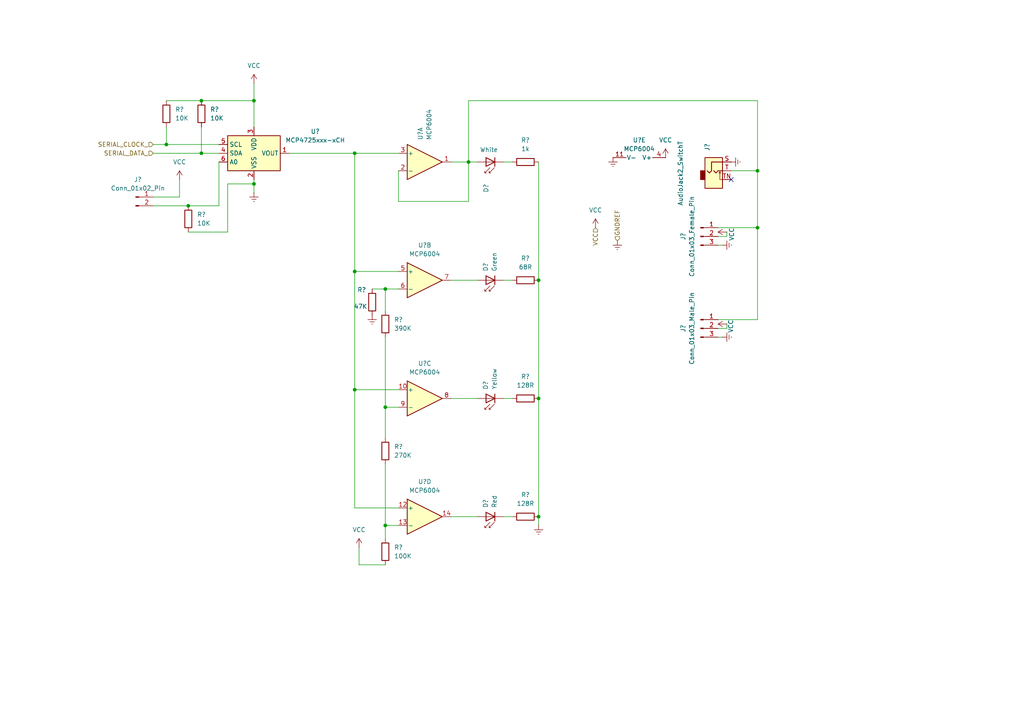
<source format=kicad_sch>
(kicad_sch (version 20231120) (generator "eeschema") (generator_version "8.0")
  (paper "A4")
  (lib_symbols
    (symbol "Amplifier_Operational:MCP6004" (pin_names (offset 0.127))
      (property "Reference" "U" (at 0 5.08 0))
      (property "Value" "MCP6004" (at 0 -5.08 0))
      (symbol "MCP6004_1_1"
        (polyline (pts (xy -5.08 5.08) (xy 5.08 0) (xy -5.08 -5.08) (xy -5.08 5.08)) (stroke (width 0.254)) (fill (type background)))
        (pin output line (at 7.62 0 180) (length 2.54) (name "~") (number "1"))
        (pin input line (at -7.62 -2.54 0) (length 2.54) (name "-") (number "2"))
        (pin input line (at -7.62 2.54 0) (length 2.54) (name "+") (number "3"))
      )
      (symbol "MCP6004_2_1"
        (polyline (pts (xy -5.08 5.08) (xy 5.08 0) (xy -5.08 -5.08) (xy -5.08 5.08)) (stroke (width 0.254)) (fill (type background)))
        (pin input line (at -7.62 2.54 0) (length 2.54) (name "+") (number "5"))
        (pin input line (at -7.62 -2.54 0) (length 2.54) (name "-") (number "6"))
        (pin output line (at 7.62 0 180) (length 2.54) (name "~") (number "7"))
      )
      (symbol "MCP6004_3_1"
        (polyline (pts (xy -5.08 5.08) (xy 5.08 0) (xy -5.08 -5.08) (xy -5.08 5.08)) (stroke (width 0.254)) (fill (type background)))
        (pin input line (at -7.62 2.54 0) (length 2.54) (name "+") (number "10"))
        (pin output line (at 7.62 0 180) (length 2.54) (name "~") (number "8"))
        (pin input line (at -7.62 -2.54 0) (length 2.54) (name "-") (number "9"))
      )
      (symbol "MCP6004_4_1"
        (polyline (pts (xy -5.08 5.08) (xy 5.08 0) (xy -5.08 -5.08) (xy -5.08 5.08)) (stroke (width 0.254)) (fill (type background)))
        (pin input line (at -7.62 2.54 0) (length 2.54) (name "+") (number "12"))
        (pin input line (at -7.62 -2.54 0) (length 2.54) (name "-") (number "13"))
        (pin output line (at 7.62 0 180) (length 2.54) (name "~") (number "14"))
      )
      (symbol "MCP6004_5_1"
        (pin power_in line (at -2.54 -7.62 90) (length 3.81) (name "V-") (number "11"))
        (pin power_in line (at -2.54 7.62 270) (length 3.81) (name "V+") (number "4"))
      )
    )
    (symbol "Analog_DAC:MCP4725xxx-xCH"
      (property "Reference" "U" (at -6.35 6.35 0))
      (property "Value" "MCP4725xxx-xCH" (at 8.89 6.35 0))
      (symbol "MCP4725xxx-xCH_0_1"
        (rectangle (start -7.62 5.08) (end 7.62 -5.08) (stroke (width 0.254)) (fill (type background)))
      )
      (symbol "MCP4725xxx-xCH_1_1"
        (pin output line (at 10.16 0 180) (length 2.54) (name "VOUT") (number "1"))
        (pin power_in line (at 0 -7.62 90) (length 2.54) (name "VSS") (number "2"))
        (pin power_in line (at 0 7.62 270) (length 2.54) (name "VDD") (number "3"))
        (pin bidirectional line (at -10.16 0 0) (length 2.54) (name "SDA") (number "4"))
        (pin input line (at -10.16 2.54 0) (length 2.54) (name "SCL") (number "5"))
        (pin input line (at -10.16 -2.54 0) (length 2.54) (name "A0") (number "6"))
      )
    )
    (symbol "Connector:Conn_01x02_Pin" (pin_names (offset 1.016) hide)
      (property "Reference" "J" (at 0 2.54 0))
      (property "Value" "Conn_01x02_Pin" (at 0 -5.08 0))
      (symbol "Conn_01x02_Pin_1_1"
        (polyline (pts (xy 1.27 -2.54) (xy 0.8636 -2.54)) (stroke (width 0.1524)))
        (polyline (pts (xy 1.27 0) (xy 0.8636 0)) (stroke (width 0.1524)))
        (rectangle (start 0.8636 -2.413) (end 0 -2.667) (stroke (width 0.1524)) (fill (type outline)))
        (rectangle (start 0.8636 0.127) (end 0 -0.127) (stroke (width 0.1524)) (fill (type outline)))
        (pin passive line (at 5.08 0 180) (length 3.81) (name "Pin_1") (number "1"))
        (pin passive line (at 5.08 -2.54 180) (length 3.81) (name "Pin_2") (number "2"))
      )
    )
    (symbol "Connector:Conn_01x03_Pin" (pin_names (offset 1.016) hide)
      (property "Reference" "J" (at 0 5.08 0))
      (property "Value" "Conn_01x03_Pin" (at 0 -5.08 0))
      (symbol "Conn_01x03_Pin_1_1"
        (polyline (pts (xy 1.27 -2.54) (xy 0.8636 -2.54)) (stroke (width 0.1524)))
        (polyline (pts (xy 1.27 0) (xy 0.8636 0)) (stroke (width 0.1524)))
        (polyline (pts (xy 1.27 2.54) (xy 0.8636 2.54)) (stroke (width 0.1524)))
        (rectangle (start 0.8636 -2.413) (end 0 -2.667) (stroke (width 0.1524)) (fill (type outline)))
        (rectangle (start 0.8636 0.127) (end 0 -0.127) (stroke (width 0.1524)) (fill (type outline)))
        (rectangle (start 0.8636 2.667) (end 0 2.413) (stroke (width 0.1524)) (fill (type outline)))
        (pin passive line (at 5.08 2.54 180) (length 3.81) (name "Pin_1") (number "1"))
        (pin passive line (at 5.08 0 180) (length 3.81) (name "Pin_2") (number "2"))
        (pin passive line (at 5.08 -2.54 180) (length 3.81) (name "Pin_3") (number "3"))
      )
    )
    (symbol "Connector_Audio:AudioJack2_SwitchT"
      (property "Reference" "J" (at 0 8.89 0))
      (property "Value" "AudioJack2_SwitchT" (at 0 6.35 0))
      (symbol "AudioJack2_SwitchT_0_1"
        (rectangle (start -2.54 0) (end -3.81 -2.54) (stroke (width 0.254)) (fill (type outline)))
        (polyline (pts (xy 1.778 -0.254) (xy 2.032 -0.762)))
        (polyline (pts (xy 0 0) (xy 0.635 -0.635) (xy 1.27 0) (xy 2.54 0)) (stroke (width 0.254)))
        (polyline (pts (xy 2.54 -2.54) (xy 1.778 -2.54) (xy 1.778 -0.254) (xy 1.524 -0.762)))
        (polyline (pts (xy 2.54 2.54) (xy -0.635 2.54) (xy -0.635 0) (xy -1.27 -0.635) (xy -1.905 0)) (stroke (width 0.254)))
        (rectangle (start 2.54 3.81) (end -2.54 -5.08) (stroke (width 0.254)) (fill (type background)))
      )
      (symbol "AudioJack2_SwitchT_1_1"
        (pin passive line (at 5.08 2.54 180) (length 2.54) (name "~") (number "S"))
        (pin passive line (at 5.08 0 180) (length 2.54) (name "~") (number "T"))
        (pin passive line (at 5.08 -2.54 180) (length 2.54) (name "~") (number "TN"))
      )
    )
    (symbol "Device:R" (pin_numbers hide) (pin_names (offset 0))
      (property "Reference" "R" (at 2.032 0 90))
      (property "Value" "R" (at 0 0 90))
      (symbol "R_0_1"
        (rectangle (start -1.016 -2.54) (end 1.016 2.54) (stroke (width 0.254)))
      )
      (symbol "R_1_1"
        (pin passive line (at 0 3.81 270) (length 1.27) (name "~") (number "1"))
        (pin passive line (at 0 -3.81 90) (length 1.27) (name "~") (number "2"))
      )
    )
    (symbol "LED:IRL81A" (pin_numbers hide) (pin_names (offset 1.016) hide)
      (property "Reference" "D" (at 0.508 1.778 0))
      (property "Value" "IRL81A" (at -1.016 -2.794 0))
      (symbol "IRL81A_0_1"
        (polyline (pts (xy -2.54 0) (xy 0 0)))
        (polyline (pts (xy -2.54 1.27) (xy -2.54 -1.27)) (stroke (width 0.254)))
        (polyline (pts (xy 0.381 3.175) (xy -0.127 3.175)))
        (polyline (pts (xy -1.143 1.651) (xy 0.381 3.175) (xy 0.381 2.667)))
        (polyline (pts (xy 0 -1.27) (xy 0 1.27) (xy -2.54 0) (xy 0 -1.27)) (stroke (width 0.254)))
        (polyline (pts (xy -2.413 1.651) (xy -0.889 3.175) (xy -0.889 2.667) (xy -0.889 3.175) (xy -1.397 3.175)))
      )
      (symbol "IRL81A_1_1"
        (pin passive line (at -5.08 0 0) (length 2.54) (name "K") (number "1"))
        (pin passive line (at 2.54 0 180) (length 2.54) (name "A") (number "2"))
      )
    )
    (symbol "power:GNDREF" (power) (pin_numbers hide) (pin_names (offset 0) hide)
      (property "Value" "GNDREF" (at 0 -3.81 0))
      (symbol "GNDREF_0_1"
        (polyline (pts (xy -0.635 -1.905) (xy 0.635 -1.905)))
        (polyline (pts (xy -0.127 -2.54) (xy 0.127 -2.54)))
        (polyline (pts (xy 0 -1.27) (xy 0 0)))
        (polyline (pts (xy 1.27 -1.27) (xy -1.27 -1.27)))
      )
      (symbol "GNDREF_1_1"
        (pin power_in line (at 0 0 270) (length 0) (name "~") (number "1"))
      )
    )
    (symbol "power:VCC" (power) (pin_numbers hide) (pin_names (offset 0) hide)
      (property "Value" "VCC" (at 0 3.556 0))
      (symbol "VCC_0_1"
        (polyline (pts (xy -0.762 1.27) (xy 0 2.54)))
        (polyline (pts (xy 0 0) (xy 0 2.54)))
        (polyline (pts (xy 0 2.54) (xy 0.762 1.27)))
      )
      (symbol "VCC_1_1"
        (pin power_in line (at 0 0 90) (length 0) (name "~") (number "1"))
      )
    )
  )
  (junction (at 156.21 81.28))
  (junction (at 102.87 44.45))
  (junction (at 156.21 149.86))
  (junction (at 73.66 29.21))
  (junction (at 102.87 113.03))
  (junction (at 111.76 83.82))
  (junction (at 219.71 66.04))
  (junction (at 73.66 53.34))
  (junction (at 102.87 78.74))
  (junction (at 58.42 44.45))
  (junction (at 135.89 46.99))
  (junction (at 111.76 118.11))
  (junction (at 48.26 41.91))
  (junction (at 54.61 59.69))
  (junction (at 219.71 49.53))
  (junction (at 58.42 29.21))
  (junction (at 111.76 152.4))
  (junction (at 156.21 115.57))
  (no_connect (at 212.09 52.07))
  (wire (pts (xy 210.82 67.31) (xy 210.82 68.58)))
  (wire (pts (xy 102.87 113.03) (xy 102.87 147.32)))
  (wire (pts (xy 66.04 67.31) (xy 54.61 67.31)))
  (wire (pts (xy 156.21 149.86) (xy 156.21 152.4)))
  (wire (pts (xy 146.05 115.57) (xy 148.59 115.57)))
  (wire (pts (xy 58.42 36.83) (xy 58.42 44.45)))
  (wire (pts (xy 52.07 52.07) (xy 52.07 57.15)))
  (wire (pts (xy 63.5 46.99) (xy 63.5 59.69)))
  (wire (pts (xy 111.76 152.4) (xy 115.57 152.4)))
  (wire (pts (xy 102.87 44.45) (xy 102.87 78.74)))
  (wire (pts (xy 219.71 29.21) (xy 219.71 49.53)))
  (wire (pts (xy 66.04 53.34) (xy 66.04 67.31)))
  (wire (pts (xy 146.05 81.28) (xy 148.59 81.28)))
  (wire (pts (xy 130.81 115.57) (xy 138.43 115.57)))
  (wire (pts (xy 146.05 46.99) (xy 148.59 46.99)))
  (wire (pts (xy 102.87 113.03) (xy 115.57 113.03)))
  (wire (pts (xy 102.87 78.74) (xy 102.87 113.03)))
  (wire (pts (xy 135.89 46.99) (xy 135.89 29.21)))
  (wire (pts (xy 111.76 134.62) (xy 111.76 152.4)))
  (wire (pts (xy 44.45 41.91) (xy 48.26 41.91)))
  (wire (pts (xy 111.76 83.82) (xy 111.76 90.17)))
  (wire (pts (xy 156.21 81.28) (xy 156.21 115.57)))
  (wire (pts (xy 135.89 29.21) (xy 219.71 29.21)))
  (wire (pts (xy 210.82 93.98) (xy 210.82 95.25)))
  (wire (pts (xy 135.89 46.99) (xy 135.89 58.42)))
  (wire (pts (xy 130.81 81.28) (xy 138.43 81.28)))
  (wire (pts (xy 111.76 118.11) (xy 111.76 127)))
  (wire (pts (xy 115.57 118.11) (xy 111.76 118.11)))
  (wire (pts (xy 44.45 44.45) (xy 58.42 44.45)))
  (wire (pts (xy 219.71 66.04) (xy 219.71 92.71)))
  (wire (pts (xy 73.66 52.07) (xy 73.66 53.34)))
  (wire (pts (xy 115.57 58.42) (xy 135.89 58.42)))
  (wire (pts (xy 111.76 83.82) (xy 115.57 83.82)))
  (wire (pts (xy 73.66 24.13) (xy 73.66 29.21)))
  (wire (pts (xy 115.57 49.53) (xy 115.57 58.42)))
  (wire (pts (xy 219.71 49.53) (xy 219.71 66.04)))
  (wire (pts (xy 212.09 49.53) (xy 219.71 49.53)))
  (wire (pts (xy 208.28 66.04) (xy 219.71 66.04)))
  (wire (pts (xy 146.05 149.86) (xy 148.59 149.86)))
  (wire (pts (xy 54.61 59.69) (xy 44.45 59.69)))
  (wire (pts (xy 48.26 36.83) (xy 48.26 41.91)))
  (wire (pts (xy 208.28 95.25) (xy 210.82 95.25)))
  (wire (pts (xy 48.26 41.91) (xy 63.5 41.91)))
  (wire (pts (xy 73.66 29.21) (xy 73.66 36.83)))
  (wire (pts (xy 208.28 97.79) (xy 209.55 97.79)))
  (wire (pts (xy 48.26 29.21) (xy 58.42 29.21)))
  (wire (pts (xy 156.21 115.57) (xy 156.21 149.86)))
  (wire (pts (xy 73.66 53.34) (xy 73.66 55.88)))
  (wire (pts (xy 130.81 46.99) (xy 135.89 46.99)))
  (wire (pts (xy 111.76 152.4) (xy 111.76 156.21)))
  (wire (pts (xy 58.42 44.45) (xy 63.5 44.45)))
  (wire (pts (xy 102.87 78.74) (xy 115.57 78.74)))
  (wire (pts (xy 73.66 53.34) (xy 66.04 53.34)))
  (wire (pts (xy 208.28 92.71) (xy 219.71 92.71)))
  (wire (pts (xy 44.45 57.15) (xy 52.07 57.15)))
  (wire (pts (xy 130.81 149.86) (xy 138.43 149.86)))
  (wire (pts (xy 111.76 163.83) (xy 104.14 163.83)))
  (wire (pts (xy 83.82 44.45) (xy 102.87 44.45)))
  (wire (pts (xy 58.42 29.21) (xy 73.66 29.21)))
  (wire (pts (xy 111.76 97.79) (xy 111.76 118.11)))
  (wire (pts (xy 102.87 147.32) (xy 115.57 147.32)))
  (wire (pts (xy 104.14 158.75) (xy 104.14 163.83)))
  (wire (pts (xy 102.87 44.45) (xy 115.57 44.45)))
  (wire (pts (xy 208.28 68.58) (xy 210.82 68.58)))
  (wire (pts (xy 208.28 71.12) (xy 209.55 71.12)))
  (wire (pts (xy 63.5 59.69) (xy 54.61 59.69)))
  (wire (pts (xy 107.95 83.82) (xy 111.76 83.82)))
  (wire (pts (xy 135.89 46.99) (xy 138.43 46.99)))
  (wire (pts (xy 156.21 46.99) (xy 156.21 81.28)))
  (hierarchical_label "GNDREF" (shape input) (at 179.07 69.85 90))
  (hierarchical_label "SERIAL_CLOCK_" (shape input) (at 44.45 41.91 180))
  (hierarchical_label "VCC" (shape input) (at 172.72 66.04 270))
  (hierarchical_label "SERIAL_DATA_" (shape input) (at 44.45 44.45 180))
  (symbol (lib_id "Device:R") (at 107.95 87.63 180) (unit 1)
    (property "Reference" "R?" (at 103.632 84.074 0) (effects (justify right)))
    (property "Value" "47K" (at 102.616 88.9 0) (effects (justify right)))
    (property "Footprint" "Resistor_THT:R_Axial_DIN0207_L6.3mm_D2.5mm_P2.54mm_Vertical" (effects (hide yes)))
    (property "Description" "Resistor" (effects (hide yes)))
  )
  (symbol (lib_id "Analog_DAC:MCP4725xxx-xCH") (at 73.66 44.45 0) (unit 1)
    (property "Reference" "U?" (at 91.44 38.1314 0))
    (property "Value" "MCP4725xxx-xCH" (at 91.44 40.6714 0))
    (property "Footprint" "Package_TO_SOT_SMD:SOT-23-6" (effects (hide yes)))
    (property "Datasheet" "http://ww1.microchip.com/downloads/en/DeviceDoc/22039d.pdf" (effects (hide yes)))
    (property "Description" "12-bit Digital-to-Analog Converter, integrated EEPROM, I2C interface, SOT-23-6" (effects (hide yes)))
  )
  (symbol (lib_id "Device:R") (at 48.26 33.02 180) (unit 1)
    (property "Reference" "R?" (at 50.8 31.7499 0) (effects (justify right)))
    (property "Value" "10K" (at 50.8 34.2899 0) (effects (justify right)))
    (property "Footprint" "Resistor_THT:R_Axial_DIN0207_L6.3mm_D2.5mm_P2.54mm_Vertical" (effects (hide yes)))
    (property "Description" "Resistor" (effects (hide yes)))
  )
  (symbol (lib_id "Connector:Conn_01x03_Pin") (at 203.2 68.58 0) (unit 1)
    (property "Reference" "J?" (at 198.12 68.58 90))
    (property "Value" "Conn_01x03_Female_Pin" (at 200.66 68.58 90))
    (property "Footprint" "Connector_PinSocket_2.54mm:PinSocket_1x03_P2.54mm_Vertical" (effects (hide yes)))
    (property "Description" "Generic connector, single row, 01x03, script generated" (effects (hide yes)))
  )
  (symbol (lib_id "Amplifier_Operational:MCP6004") (at 123.19 46.99 0) (unit 1)
    (property "Reference" "U?" (at 121.9199 40.64 90) (effects (justify left)))
    (property "Value" "MCP6004" (at 124.4599 40.64 90) (effects (justify left)))
    (property "Footprint" "Package_DIP:DIP-14_W7.62mm_LongPads" (effects (hide yes)))
    (property "Datasheet" "http://ww1.microchip.com/downloads/en/DeviceDoc/21733j.pdf" (effects (hide yes)))
    (property "Description" "1MHz, Low-Power Op Amp, DIP-14/SOIC-14/TSSOP-14" (effects (hide yes)))
  )
  (symbol (lib_id "LED:IRL81A") (at 140.97 81.28 180) (unit 1)
    (property "Reference" "D?" (at 140.8429 78.74 90) (effects (justify right)))
    (property "Value" "Green" (at 143.3829 78.74 90) (effects (justify right)))
    (property "Footprint" "LED_THT:LED_SideEmitter_Rectangular_W4.5mm_H1.6mm" (effects (hide yes)))
    (property "Datasheet" "http://www.osram-os.com/Graphics/XPic0/00203825_0.pdf" (effects (hide yes)))
    (property "Description" "850nm High Power Infrared Emitter, Side-Emitter package" (effects (hide yes)))
  )
  (symbol (lib_id "Device:R") (at 111.76 130.81 180) (unit 1)
    (property "Reference" "R?" (at 114.3 129.5399 0) (effects (justify right)))
    (property "Value" "270K" (at 114.3 132.0799 0) (effects (justify right)))
    (property "Footprint" "Resistor_THT:R_Axial_DIN0207_L6.3mm_D2.5mm_P2.54mm_Vertical" (effects (hide yes)))
    (property "Description" "Resistor" (effects (hide yes)))
  )
  (symbol (lib_id "power:GNDREF") (at 209.55 97.79 90) (unit 1)
    (property "Reference" "#PWR?" (effects (hide yes)))
    (property "Value" "GNDREF" (effects (hide yes)))
    (property "Description" "Power symbol creates a global label with name \"GNDREF\" , reference supply ground" (effects (hide yes)))
  )
  (symbol (lib_id "Amplifier_Operational:MCP6004") (at 123.19 115.57 0) (unit 3)
    (property "Reference" "U?" (at 123.19 105.41 0))
    (property "Value" "MCP6004" (at 123.19 107.95 0))
    (property "Footprint" "Package_DIP:DIP-14_W7.62mm_LongPads" (effects (hide yes)))
    (property "Datasheet" "http://ww1.microchip.com/downloads/en/DeviceDoc/21733j.pdf" (effects (hide yes)))
    (property "Description" "1MHz, Low-Power Op Amp, DIP-14/SOIC-14/TSSOP-14" (effects (hide yes)))
  )
  (symbol (lib_id "power:VCC") (at 210.82 67.31 90) (unit 1)
    (property "Reference" "#PWR?" (effects (hide yes)))
    (property "Value" "VCC" (at 212.217 67.945 0))
    (property "Description" "Power symbol creates a global label with name \"VCC\"" (effects (hide yes)))
  )
  (symbol (lib_id "power:GNDREF") (at 73.66 55.88 0) (unit 1)
    (property "Reference" "#PWR?" (effects (hide yes)))
    (property "Value" "GNDREF" (effects (hide yes)))
    (property "Description" "Power symbol creates a global label with name \"GNDREF\" , reference supply ground" (effects (hide yes)))
  )
  (symbol (lib_id "LED:IRL81A") (at 140.97 46.99 180) (unit 1)
    (property "Reference" "D?" (at 140.97 55.88 90) (effects (justify right)))
    (property "Value" "White" (at 139.192 43.434 0) (effects (justify right)))
    (property "Footprint" "LED_THT:LED_SideEmitter_Rectangular_W4.5mm_H1.6mm" (effects (hide yes)))
    (property "Datasheet" "http://www.osram-os.com/Graphics/XPic0/00203825_0.pdf" (effects (hide yes)))
    (property "Description" "850nm High Power Infrared Emitter, Side-Emitter package" (effects (hide yes)))
  )
  (symbol (lib_id "LED:IRL81A") (at 140.97 115.57 180) (unit 1)
    (property "Reference" "D?" (at 140.8429 113.03 90) (effects (justify right)))
    (property "Value" "Yellow" (at 143.3829 113.03 90) (effects (justify right)))
    (property "Footprint" "LED_THT:LED_SideEmitter_Rectangular_W4.5mm_H1.6mm" (effects (hide yes)))
    (property "Datasheet" "http://www.osram-os.com/Graphics/XPic0/00203825_0.pdf" (effects (hide yes)))
    (property "Description" "850nm High Power Infrared Emitter, Side-Emitter package" (effects (hide yes)))
  )
  (symbol (lib_id "Connector:Conn_01x02_Pin") (at 39.37 57.15 0) (unit 1)
    (property "Reference" "J?" (at 40.005 52.07 0))
    (property "Value" "Conn_01x02_Pin" (at 40.005 54.61 0))
    (property "Footprint" "Connector_PinHeader_2.54mm:PinHeader_1x02_P2.54mm_Vertical" (effects (hide yes)))
    (property "Description" "Generic connector, single row, 01x02, script generated" (effects (hide yes)))
  )
  (symbol (lib_id "Amplifier_Operational:MCP6004") (at 123.19 149.86 0) (unit 4)
    (property "Reference" "U?" (at 123.19 139.7 0))
    (property "Value" "MCP6004" (at 123.19 142.24 0))
    (property "Footprint" "Package_DIP:DIP-14_W7.62mm_LongPads" (effects (hide yes)))
    (property "Datasheet" "http://ww1.microchip.com/downloads/en/DeviceDoc/21733j.pdf" (effects (hide yes)))
    (property "Description" "1MHz, Low-Power Op Amp, DIP-14/SOIC-14/TSSOP-14" (effects (hide yes)))
  )
  (symbol (lib_id "power:VCC") (at 73.66 24.13 0) (unit 1)
    (property "Reference" "#PWR?" (effects (hide yes)))
    (property "Value" "VCC" (at 73.66 19.05 0))
    (property "Description" "Power symbol creates a global label with name \"VCC\"" (effects (hide yes)))
  )
  (symbol (lib_id "power:VCC") (at 52.07 52.07 0) (unit 1)
    (property "Reference" "#PWR?" (effects (hide yes)))
    (property "Value" "VCC" (at 52.07 46.99 0))
    (property "Description" "Power symbol creates a global label with name \"VCC\"" (effects (hide yes)))
  )
  (symbol (lib_id "power:GNDREF") (at 209.55 71.12 90) (unit 1)
    (property "Reference" "#PWR?" (effects (hide yes)))
    (property "Value" "GNDREF" (effects (hide yes)))
    (property "Description" "Power symbol creates a global label with name \"GNDREF\" , reference supply ground" (effects (hide yes)))
  )
  (symbol (lib_id "power:VCC") (at 172.72 66.04 0) (unit 1)
    (property "Reference" "#PWR?" (effects (hide yes)))
    (property "Value" "VCC" (at 172.72 60.96 0))
    (property "Description" "Power symbol creates a global label with name \"VCC\"" (effects (hide yes)))
  )
  (symbol (lib_id "Connector:Conn_01x03_Pin") (at 203.2 95.25 0) (unit 1)
    (property "Reference" "J?" (at 198.12 95.25 90))
    (property "Value" "Conn_01x03_Male_Pin" (at 200.66 95.25 90))
    (property "Footprint" "Connector_PinHeader_2.54mm:PinHeader_1x03_P2.54mm_Vertical" (effects (hide yes)))
    (property "Description" "Generic connector, single row, 01x03, script generated" (effects (hide yes)))
  )
  (symbol (lib_id "power:GNDREF") (at 212.09 46.99 90) (unit 1)
    (property "Reference" "#PWR?" (effects (hide yes)))
    (property "Value" "GNDREF" (effects (hide yes)))
    (property "Description" "Power symbol creates a global label with name \"GNDREF\" , reference supply ground" (effects (hide yes)))
  )
  (symbol (lib_id "Device:R") (at 152.4 149.86 90) (unit 1)
    (property "Reference" "R?" (at 152.4 143.51 90))
    (property "Value" "128R" (at 152.4 146.05 90))
    (property "Footprint" "Resistor_THT:R_Axial_DIN0207_L6.3mm_D2.5mm_P2.54mm_Vertical" (effects (hide yes)))
    (property "Description" "Resistor" (effects (hide yes)))
  )
  (symbol (lib_id "Amplifier_Operational:MCP6004") (at 123.19 81.28 0) (unit 2)
    (property "Reference" "U?" (at 123.19 71.12 0))
    (property "Value" "MCP6004" (at 123.19 73.66 0))
    (property "Footprint" "Package_DIP:DIP-14_W7.62mm_LongPads" (effects (hide yes)))
    (property "Datasheet" "http://ww1.microchip.com/downloads/en/DeviceDoc/21733j.pdf" (effects (hide yes)))
    (property "Description" "1MHz, Low-Power Op Amp, DIP-14/SOIC-14/TSSOP-14" (effects (hide yes)))
  )
  (symbol (lib_id "Device:R") (at 152.4 115.57 90) (unit 1)
    (property "Reference" "R?" (at 152.4 109.22 90))
    (property "Value" "128R" (at 152.4 111.76 90))
    (property "Footprint" "Resistor_THT:R_Axial_DIN0207_L6.3mm_D2.5mm_P2.54mm_Vertical" (effects (hide yes)))
    (property "Description" "Resistor" (effects (hide yes)))
  )
  (symbol (lib_id "Connector_Audio:AudioJack2_SwitchT") (at 207.01 49.53 0) (unit 1)
    (property "Reference" "J?" (at 205.1049 43.815 90) (effects (justify left)))
    (property "Value" "AudioJack2_SwitchT" (at 197.358 59.69 90) (effects (justify left)))
    (property "Footprint" "Connector_Audio:Jack_3.5mm_QingPu_WQP-PJ398SM_Vertical_CircularHoles" (effects (hide yes)))
    (property "Description" "Audio Jack, 2 Poles (Mono / TS), Switched T Pole (Normalling)" (effects (hide yes)))
  )
  (symbol (lib_id "power:GNDREF") (at 156.21 152.4 0) (unit 1)
    (property "Reference" "#PWR?" (effects (hide yes)))
    (property "Value" "GNDREF" (effects (hide yes)))
    (property "Description" "Power symbol creates a global label with name \"GNDREF\" , reference supply ground" (effects (hide yes)))
  )
  (symbol (lib_id "power:GNDREF") (at 177.8 45.72 0) (unit 1)
    (property "Reference" "#PWR?" (effects (hide yes)))
    (property "Value" "GNDREF" (effects (hide yes)))
    (property "Description" "Power symbol creates a global label with name \"GNDREF\" , reference supply ground" (effects (hide yes)))
  )
  (symbol (lib_id "Device:R") (at 58.42 33.02 180) (unit 1)
    (property "Reference" "R?" (at 60.96 31.7499 0) (effects (justify right)))
    (property "Value" "10K" (at 60.96 34.2899 0) (effects (justify right)))
    (property "Footprint" "Resistor_THT:R_Axial_DIN0207_L6.3mm_D2.5mm_P2.54mm_Vertical" (effects (hide yes)))
    (property "Description" "Resistor" (effects (hide yes)))
  )
  (symbol (lib_id "Device:R") (at 111.76 93.98 180) (unit 1)
    (property "Reference" "R?" (at 114.3 92.7099 0) (effects (justify right)))
    (property "Value" "390K" (at 114.3 95.2499 0) (effects (justify right)))
    (property "Footprint" "Resistor_THT:R_Axial_DIN0207_L6.3mm_D2.5mm_P2.54mm_Vertical" (effects (hide yes)))
    (property "Description" "Resistor" (effects (hide yes)))
  )
  (symbol (lib_id "power:GNDREF") (at 179.07 69.85 0) (unit 1)
    (property "Reference" "#PWR?" (effects (hide yes)))
    (property "Value" "GNDREF" (effects (hide yes)))
    (property "Description" "Power symbol creates a global label with name \"GNDREF\" , reference supply ground" (effects (hide yes)))
  )
  (symbol (lib_id "Amplifier_Operational:MCP6004") (at 185.42 48.26 270) (unit 5)
    (property "Reference" "U?" (at 185.42 40.64 90))
    (property "Value" "MCP6004" (at 185.42 43.18 90))
    (property "Footprint" "Package_DIP:DIP-14_W7.62mm_LongPads" (effects (hide yes)))
    (property "Datasheet" "http://ww1.microchip.com/downloads/en/DeviceDoc/21733j.pdf" (effects (hide yes)))
    (property "Description" "1MHz, Low-Power Op Amp, DIP-14/SOIC-14/TSSOP-14" (effects (hide yes)))
  )
  (symbol (lib_id "power:VCC") (at 193.04 45.72 0) (unit 1)
    (property "Reference" "#PWR?" (effects (hide yes)))
    (property "Value" "VCC" (at 193.04 40.64 0))
    (property "Description" "Power symbol creates a global label with name \"VCC\"" (effects (hide yes)))
  )
  (symbol (lib_id "power:VCC") (at 104.14 158.75 0) (unit 1)
    (property "Reference" "#PWR?" (effects (hide yes)))
    (property "Value" "VCC" (at 104.14 153.67 0))
    (property "Description" "Power symbol creates a global label with name \"VCC\"" (effects (hide yes)))
  )
  (symbol (lib_id "Device:R") (at 152.4 46.99 90) (unit 1)
    (property "Reference" "R?" (at 152.4 40.64 90))
    (property "Value" "1k" (at 152.4 43.18 90))
    (property "Footprint" "Resistor_THT:R_Axial_DIN0207_L6.3mm_D2.5mm_P2.54mm_Vertical" (effects (hide yes)))
    (property "Description" "Resistor" (effects (hide yes)))
  )
  (symbol (lib_id "Device:R") (at 54.61 63.5 180) (unit 1)
    (property "Reference" "R?" (at 57.15 62.2299 0) (effects (justify right)))
    (property "Value" "10K" (at 57.15 64.7699 0) (effects (justify right)))
    (property "Footprint" "Resistor_THT:R_Axial_DIN0207_L6.3mm_D2.5mm_P2.54mm_Vertical" (effects (hide yes)))
    (property "Description" "Resistor" (effects (hide yes)))
  )
  (symbol (lib_id "Device:R") (at 111.76 160.02 180) (unit 1)
    (property "Reference" "R?" (at 114.3 158.7499 0) (effects (justify right)))
    (property "Value" "100K" (at 114.3 161.2899 0) (effects (justify right)))
    (property "Footprint" "Resistor_THT:R_Axial_DIN0207_L6.3mm_D2.5mm_P2.54mm_Vertical" (effects (hide yes)))
    (property "Description" "Resistor" (effects (hide yes)))
  )
  (symbol (lib_id "LED:IRL81A") (at 140.97 149.86 180) (unit 1)
    (property "Reference" "D?" (at 140.8429 147.32 90) (effects (justify right)))
    (property "Value" "Red" (at 143.3829 147.32 90) (effects (justify right)))
    (property "Footprint" "LED_THT:LED_SideEmitter_Rectangular_W4.5mm_H1.6mm" (effects (hide yes)))
    (property "Datasheet" "http://www.osram-os.com/Graphics/XPic0/00203825_0.pdf" (effects (hide yes)))
    (property "Description" "850nm High Power Infrared Emitter, Side-Emitter package" (effects (hide yes)))
  )
  (symbol (lib_id "power:GNDREF") (at 107.95 91.44 0) (unit 1)
    (property "Reference" "#PWR?" (effects (hide yes)))
    (property "Value" "GNDREF" (effects (hide yes)))
    (property "Description" "Power symbol creates a global label with name \"GNDREF\" , reference supply ground" (effects (hide yes)))
  )
  (symbol (lib_id "Device:R") (at 152.4 81.28 90) (unit 1)
    (property "Reference" "R?" (at 152.4 74.93 90))
    (property "Value" "68R" (at 152.4 77.47 90))
    (property "Footprint" "Resistor_THT:R_Axial_DIN0207_L6.3mm_D2.5mm_P2.54mm_Vertical" (effects (hide yes)))
    (property "Description" "Resistor" (effects (hide yes)))
  )
  (symbol (lib_id "power:VCC") (at 210.82 93.98 90) (unit 1)
    (property "Reference" "#PWR?" (effects (hide yes)))
    (property "Value" "VCC" (at 211.963 94.615 0))
    (property "Description" "Power symbol creates a global label with name \"VCC\"" (effects (hide yes)))
  )
)
</source>
